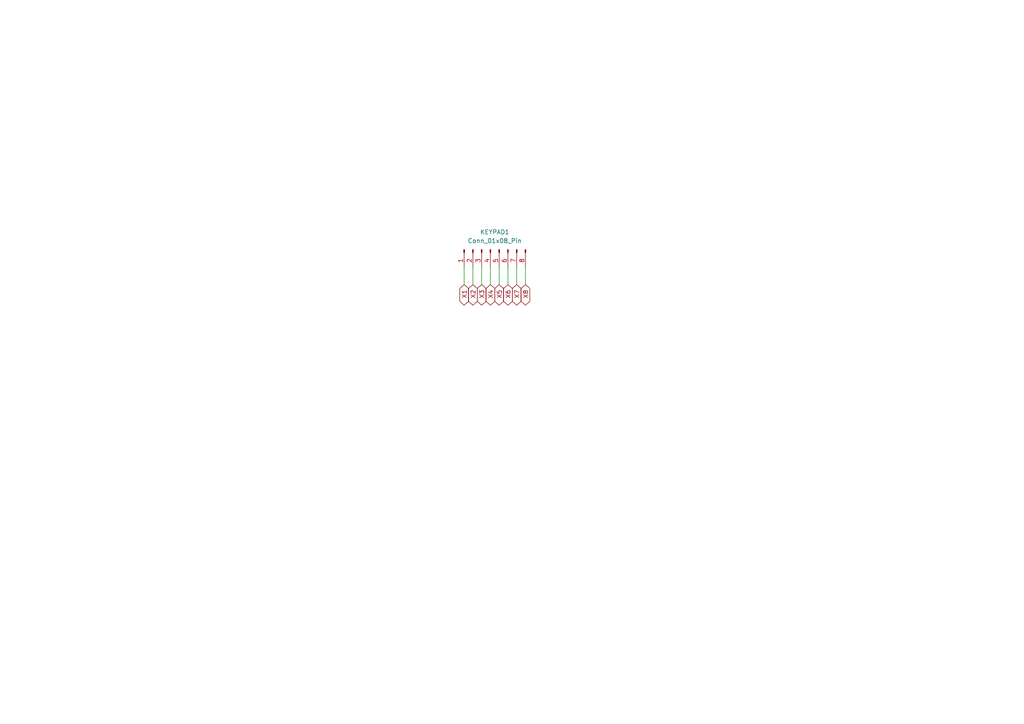
<source format=kicad_sch>
(kicad_sch (version 20231120) (generator "eeschema") (generator_version "8.0")
  (paper "A4")
  (lib_symbols
    (symbol "Connector:Conn_01x08_Pin" (pin_names (offset 1.016) hide)
      (property "Reference" "J" (at 0 10.16 0))
      (property "Value" "Conn_01x08_Pin" (at 0 -12.7 0))
      (symbol "Conn_01x08_Pin_1_1"
        (polyline (pts (xy 1.27 -10.16) (xy 0.8636 -10.16)) (stroke (width 0.1524)))
        (polyline (pts (xy 1.27 -7.62) (xy 0.8636 -7.62)) (stroke (width 0.1524)))
        (polyline (pts (xy 1.27 -5.08) (xy 0.8636 -5.08)) (stroke (width 0.1524)))
        (polyline (pts (xy 1.27 -2.54) (xy 0.8636 -2.54)) (stroke (width 0.1524)))
        (polyline (pts (xy 1.27 0) (xy 0.8636 0)) (stroke (width 0.1524)))
        (polyline (pts (xy 1.27 2.54) (xy 0.8636 2.54)) (stroke (width 0.1524)))
        (polyline (pts (xy 1.27 5.08) (xy 0.8636 5.08)) (stroke (width 0.1524)))
        (polyline (pts (xy 1.27 7.62) (xy 0.8636 7.62)) (stroke (width 0.1524)))
        (rectangle (start 0.8636 -10.033) (end 0 -10.287) (stroke (width 0.1524)) (fill (type outline)))
        (rectangle (start 0.8636 -7.493) (end 0 -7.747) (stroke (width 0.1524)) (fill (type outline)))
        (rectangle (start 0.8636 -4.953) (end 0 -5.207) (stroke (width 0.1524)) (fill (type outline)))
        (rectangle (start 0.8636 -2.413) (end 0 -2.667) (stroke (width 0.1524)) (fill (type outline)))
        (rectangle (start 0.8636 0.127) (end 0 -0.127) (stroke (width 0.1524)) (fill (type outline)))
        (rectangle (start 0.8636 2.667) (end 0 2.413) (stroke (width 0.1524)) (fill (type outline)))
        (rectangle (start 0.8636 5.207) (end 0 4.953) (stroke (width 0.1524)) (fill (type outline)))
        (rectangle (start 0.8636 7.747) (end 0 7.493) (stroke (width 0.1524)) (fill (type outline)))
        (pin passive line (at 5.08 7.62 180) (length 3.81) (name "Pin_1") (number "1"))
        (pin passive line (at 5.08 5.08 180) (length 3.81) (name "Pin_2") (number "2"))
        (pin passive line (at 5.08 2.54 180) (length 3.81) (name "Pin_3") (number "3"))
        (pin passive line (at 5.08 0 180) (length 3.81) (name "Pin_4") (number "4"))
        (pin passive line (at 5.08 -2.54 180) (length 3.81) (name "Pin_5") (number "5"))
        (pin passive line (at 5.08 -5.08 180) (length 3.81) (name "Pin_6") (number "6"))
        (pin passive line (at 5.08 -7.62 180) (length 3.81) (name "Pin_7") (number "7"))
        (pin passive line (at 5.08 -10.16 180) (length 3.81) (name "Pin_8") (number "8"))
      )
    )
  )
  (wire (pts (xy 137.16 77.47) (xy 137.16 82.55)))
  (wire (pts (xy 139.7 77.47) (xy 139.7 82.55)))
  (wire (pts (xy 134.62 77.47) (xy 134.62 82.55)))
  (wire (pts (xy 152.4 77.47) (xy 152.4 82.55)))
  (wire (pts (xy 147.32 77.47) (xy 147.32 82.55)))
  (wire (pts (xy 144.78 77.47) (xy 144.78 82.55)))
  (wire (pts (xy 149.86 77.47) (xy 149.86 82.55)))
  (wire (pts (xy 142.24 77.47) (xy 142.24 82.55)))
  (global_label "X4" (shape bidirectional) (at 142.24 82.55 270) (property "Intersheetrefs" "${INTERSHEET_REFS}" (effects (hide yes))))
  (global_label "X2" (shape bidirectional) (at 137.16 82.55 270) (property "Intersheetrefs" "${INTERSHEET_REFS}" (effects (hide yes))))
  (global_label "X1" (shape bidirectional) (at 134.62 82.55 270) (property "Intersheetrefs" "${INTERSHEET_REFS}" (effects (hide yes))))
  (global_label "X6" (shape bidirectional) (at 147.32 82.55 270) (property "Intersheetrefs" "${INTERSHEET_REFS}" (effects (hide yes))))
  (global_label "X7" (shape bidirectional) (at 149.86 82.55 270) (property "Intersheetrefs" "${INTERSHEET_REFS}" (effects (hide yes))))
  (global_label "X3" (shape bidirectional) (at 139.7 82.55 270) (property "Intersheetrefs" "${INTERSHEET_REFS}" (effects (hide yes))))
  (global_label "X8" (shape bidirectional) (at 152.4 82.55 270) (property "Intersheetrefs" "${INTERSHEET_REFS}" (effects (hide yes))))
  (global_label "X5" (shape bidirectional) (at 144.78 82.55 270) (property "Intersheetrefs" "${INTERSHEET_REFS}" (effects (hide yes))))
  (symbol (lib_id "Connector:Conn_01x08_Pin") (at 142.24 72.39 90) (mirror x) (unit 1)
    (property "Reference" "KEYPAD1" (at 143.51 67.31 90))
    (property "Value" "Conn_01x08_Pin" (at 143.51 69.85 90))
    (property "Footprint" "Connector_PinHeader_2.54mm:PinHeader_1x08_P2.54mm_Vertical_SMD_Pin1Left" (effects (hide yes)))
    (property "Description" "Generic connector, single row, 01x08, script generated" (effects (hide yes)))
  )
)
</source>
